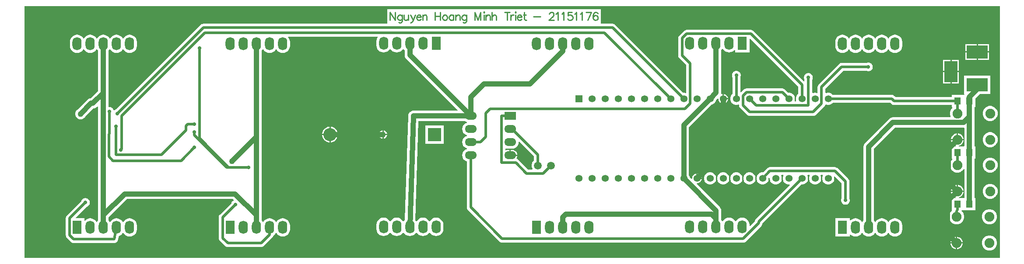
<source format=gtl>
G04*
G04 #@! TF.GenerationSoftware,Altium Limited,Altium Designer,18.0.7 (293)*
G04*
G04 Layer_Physical_Order=1*
G04 Layer_Color=255*
%FSTAX24Y24*%
%MOIN*%
G70*
G01*
G75*
%ADD11C,0.0100*%
%ADD15R,0.0500X0.0550*%
%ADD29C,0.0197*%
%ADD30C,0.0394*%
%ADD31O,0.0700X0.1000*%
%ADD32R,0.0700X0.1000*%
%ADD33O,0.0900X0.0600*%
%ADD34R,0.0900X0.0600*%
%ADD35C,0.0750*%
%ADD36C,0.1000*%
%ADD37R,0.1000X0.1000*%
%ADD38R,0.1000X0.1600*%
%ADD39R,0.1600X0.1000*%
%ADD40C,0.0535*%
%ADD41R,0.0535X0.0535*%
%ADD42C,0.0591*%
%ADD43C,0.0276*%
%ADD44C,0.0433*%
G36*
X074551Y032752D02*
X000252D01*
Y051933D01*
X074551D01*
Y032752D01*
D02*
G37*
%LPC*%
G36*
X044157Y051713D02*
X02789D01*
Y050598D01*
X013881D01*
X013881Y050598D01*
X013804Y050588D01*
X013732Y050558D01*
X01367Y050511D01*
X01367Y050511D01*
X007232Y044073D01*
X007205Y044065D01*
X007129Y044021D01*
X007099Y043991D01*
X007043Y044006D01*
X007032Y044046D01*
X006988Y044123D01*
X006926Y044185D01*
X00685Y044229D01*
X006765Y044252D01*
X006676D01*
X006665Y044261D01*
Y045318D01*
Y048528D01*
X006739Y048625D01*
X006768Y04863D01*
X006796Y048625D01*
X006878Y048519D01*
X006992Y048431D01*
X007125Y048376D01*
X007268Y048357D01*
X00741Y048376D01*
X007544Y048431D01*
X007658Y048519D01*
X007739Y048625D01*
X007768Y04863D01*
X007796Y048625D01*
X007878Y048519D01*
X007992Y048431D01*
X008125Y048376D01*
X008268Y048357D01*
X00841Y048376D01*
X008543Y048431D01*
X008658Y048519D01*
X008745Y048633D01*
X0088Y048766D01*
X008819Y048909D01*
Y049209D01*
X0088Y049352D01*
X008745Y049485D01*
X008658Y049599D01*
X008543Y049687D01*
X00841Y049742D01*
X008268Y049761D01*
X008125Y049742D01*
X007992Y049687D01*
X007878Y049599D01*
X007796Y049493D01*
X007768Y049488D01*
X007739Y049493D01*
X007658Y049599D01*
X007544Y049687D01*
X00741Y049742D01*
X007268Y049761D01*
X007125Y049742D01*
X006992Y049687D01*
X006878Y049599D01*
X006796Y049493D01*
X006768Y049488D01*
X006739Y049493D01*
X006658Y049599D01*
X006543Y049687D01*
X00641Y049742D01*
X006268Y049761D01*
X006125Y049742D01*
X005992Y049687D01*
X005878Y049599D01*
X005796Y049493D01*
X005768Y049488D01*
X005739Y049493D01*
X005658Y049599D01*
X005544Y049687D01*
X00541Y049742D01*
X005268Y049761D01*
X005125Y049742D01*
X004992Y049687D01*
X004878Y049599D01*
X004796Y049493D01*
X004768Y049488D01*
X004739Y049493D01*
X004658Y049599D01*
X004543Y049687D01*
X00441Y049742D01*
X004268Y049761D01*
X004125Y049742D01*
X003992Y049687D01*
X003878Y049599D01*
X00379Y049485D01*
X003735Y049352D01*
X003716Y049209D01*
Y048909D01*
X003735Y048766D01*
X00379Y048633D01*
X003878Y048519D01*
X003992Y048431D01*
X004125Y048376D01*
X004268Y048357D01*
X00441Y048376D01*
X004543Y048431D01*
X004658Y048519D01*
X004739Y048625D01*
X004768Y04863D01*
X004796Y048625D01*
X004878Y048519D01*
X004992Y048431D01*
X005125Y048376D01*
X005268Y048357D01*
X00541Y048376D01*
X005544Y048431D01*
X005658Y048519D01*
X005739Y048625D01*
X005768Y04863D01*
X005796Y048625D01*
X005871Y048528D01*
Y045482D01*
X005305Y044916D01*
X005231Y044906D01*
X005135Y044867D01*
X005053Y044804D01*
X004332Y044083D01*
X004278Y044051D01*
X004201Y043974D01*
X004146Y04388D01*
X004118Y043775D01*
Y043666D01*
X004146Y043561D01*
X004201Y043467D01*
X004278Y04339D01*
X004372Y043335D01*
X004477Y043307D01*
X004586D01*
X004691Y043335D01*
X004785Y04339D01*
X004862Y043467D01*
X004894Y043521D01*
X005502Y04413D01*
X005576Y044139D01*
X005671Y044179D01*
X005754Y044242D01*
X005824Y044313D01*
X005871Y044294D01*
Y036D01*
Y03559D01*
X005796Y035493D01*
X005768Y035488D01*
X005739Y035493D01*
X005658Y035599D01*
X005544Y035687D01*
X00541Y035742D01*
X005268Y035761D01*
X005125Y035742D01*
X004992Y035687D01*
X004878Y035599D01*
X004862Y035579D01*
X004815Y035595D01*
Y035756D01*
X004182D01*
X004163Y035802D01*
X005002Y036641D01*
X005029Y036648D01*
X005105Y036692D01*
X005168Y036755D01*
X005212Y036831D01*
X005235Y036916D01*
Y037004D01*
X005212Y037089D01*
X005168Y037165D01*
X005105Y037228D01*
X005029Y037272D01*
X004944Y037295D01*
X004856D01*
X004771Y037272D01*
X004695Y037228D01*
X004632Y037165D01*
X004588Y037089D01*
X004581Y037062D01*
X003489Y035971D01*
X003442Y035909D01*
X003412Y035837D01*
X003402Y03576D01*
Y03447D01*
X003412Y034393D01*
X003442Y034321D01*
X003489Y034259D01*
X003789Y033959D01*
X003851Y033912D01*
X003923Y033882D01*
X004Y033872D01*
X007088D01*
X007097Y033873D01*
X007106Y033873D01*
X007135Y033878D01*
X007165Y033882D01*
X007173Y033886D01*
X007182Y033888D01*
X007209Y033901D01*
X007237Y033912D01*
X007244Y033918D01*
X007252Y033922D01*
X007275Y033941D01*
X007298Y033959D01*
X007304Y033967D01*
X007311Y033973D01*
X007328Y033998D01*
X007346Y034021D01*
X007349Y03403D01*
X007354Y034037D01*
X007364Y034065D01*
X007375Y034093D01*
X007377Y034102D01*
X00738Y034111D01*
X007435Y034387D01*
X007544Y034431D01*
X007658Y034519D01*
X007739Y034625D01*
X007768Y03463D01*
X007796Y034625D01*
X007878Y034519D01*
X007992Y034431D01*
X008125Y034376D01*
X008268Y034357D01*
X00841Y034376D01*
X008543Y034431D01*
X008658Y034519D01*
X008745Y034633D01*
X0088Y034766D01*
X008819Y034909D01*
Y035209D01*
X0088Y035352D01*
X008745Y035485D01*
X008658Y035599D01*
X008543Y035687D01*
X00841Y035742D01*
X008268Y035761D01*
X008125Y035742D01*
X007992Y035687D01*
X007878Y035599D01*
X007796Y035493D01*
X007768Y035488D01*
X007739Y035493D01*
X007658Y035599D01*
X007544Y035687D01*
X00741Y035742D01*
X007268Y035761D01*
X007125Y035742D01*
X006992Y035687D01*
X006878Y035599D01*
X006796Y035493D01*
X006768Y035488D01*
X006739Y035493D01*
X006665Y03559D01*
Y035836D01*
X008052Y037223D01*
X016143D01*
X01619Y037176D01*
X01618Y037115D01*
X016133Y037088D01*
X016071Y037025D01*
X016027Y036949D01*
X016019Y036922D01*
X015149Y036052D01*
X015102Y03599D01*
X015072Y035919D01*
X015062Y035841D01*
Y03425D01*
X015072Y034173D01*
X015102Y034101D01*
X015149Y034039D01*
X015539Y033649D01*
X015539Y033649D01*
X015601Y033602D01*
X015673Y033572D01*
X01575Y033562D01*
X018288D01*
X018365Y033572D01*
X018436Y033602D01*
X018498Y033649D01*
X019138Y034289D01*
X019138Y034289D01*
X019185Y034351D01*
X019215Y034423D01*
X019218Y034442D01*
X019318Y034519D01*
X019399Y034625D01*
X019428Y03463D01*
X019456Y034625D01*
X019538Y034519D01*
X019652Y034431D01*
X019785Y034376D01*
X019928Y034357D01*
X02007Y034376D01*
X020203Y034431D01*
X020318Y034519D01*
X020405Y034633D01*
X02046Y034766D01*
X020479Y034909D01*
Y035209D01*
X02046Y035352D01*
X020405Y035485D01*
X020318Y035599D01*
X020203Y035687D01*
X02007Y035742D01*
X019928Y035761D01*
X019785Y035742D01*
X019652Y035687D01*
X019538Y035599D01*
X019456Y035493D01*
X019428Y035488D01*
X019399Y035493D01*
X019318Y035599D01*
X019203Y035687D01*
X01907Y035742D01*
X018928Y035761D01*
X018785Y035742D01*
X018652Y035687D01*
X018538Y035599D01*
X018456Y035493D01*
X018428Y035488D01*
X018399Y035493D01*
X018325Y03559D01*
Y036D01*
Y04197D01*
Y048528D01*
X018399Y048625D01*
X018428Y04863D01*
X018456Y048625D01*
X018538Y048519D01*
X018652Y048431D01*
X018785Y048376D01*
X018928Y048357D01*
X01907Y048376D01*
X019203Y048431D01*
X019318Y048519D01*
X019399Y048625D01*
X019428Y04863D01*
X019456Y048625D01*
X019538Y048519D01*
X019652Y048431D01*
X019785Y048376D01*
X019928Y048357D01*
X02007Y048376D01*
X020203Y048431D01*
X020318Y048519D01*
X020405Y048633D01*
X02046Y048766D01*
X020479Y048909D01*
Y049209D01*
X02046Y049352D01*
X020405Y049485D01*
X020338Y049572D01*
X020363Y049622D01*
X027145D01*
X027167Y049577D01*
X027134Y049535D01*
X027079Y049402D01*
X027061Y049259D01*
Y048959D01*
X027079Y048816D01*
X027134Y048683D01*
X027222Y048569D01*
X027336Y048481D01*
X027469Y048426D01*
X027612Y048407D01*
X027755Y048426D01*
X027888Y048481D01*
X028002Y048569D01*
X028084Y048675D01*
X028112Y04868D01*
X028141Y048675D01*
X028222Y048569D01*
X028336Y048481D01*
X028469Y048426D01*
X028612Y048407D01*
X028755Y048426D01*
X028888Y048481D01*
X029002Y048569D01*
X029084Y048675D01*
X029112Y04868D01*
X029141Y048675D01*
X029215Y048578D01*
Y048209D01*
X029229Y048106D01*
X029268Y04801D01*
X029331Y047928D01*
X033245Y044014D01*
X033226Y043968D01*
X02988D01*
X029835Y043962D01*
X029789Y043957D01*
X029783Y043955D01*
X029777Y043954D01*
X029735Y043937D01*
X029692Y043921D01*
X029687Y043917D01*
X029681Y043915D01*
X029645Y043887D01*
X029608Y04386D01*
X029604Y043856D01*
X029599Y043852D01*
X029571Y043815D01*
X029543Y04378D01*
X02954Y043774D01*
X029536Y043769D01*
X029519Y043727D01*
X0295Y043686D01*
X029499Y043679D01*
X029496Y043674D01*
X02949Y043628D01*
X029483Y043583D01*
X029232Y035657D01*
X029222Y035649D01*
X029141Y035543D01*
X029112Y035538D01*
X029084Y035543D01*
X029002Y035649D01*
X028888Y035737D01*
X028755Y035792D01*
X028612Y035811D01*
X028469Y035792D01*
X028336Y035737D01*
X028222Y035649D01*
X028141Y035543D01*
X028112Y035538D01*
X028084Y035543D01*
X028002Y035649D01*
X027888Y035737D01*
X027755Y035792D01*
X027612Y035811D01*
X027469Y035792D01*
X027336Y035737D01*
X027222Y035649D01*
X027134Y035535D01*
X027079Y035402D01*
X027061Y035259D01*
Y034959D01*
X027079Y034816D01*
X027134Y034683D01*
X027222Y034569D01*
X027336Y034481D01*
X027469Y034426D01*
X027612Y034407D01*
X027755Y034426D01*
X027888Y034481D01*
X028002Y034569D01*
X028084Y034675D01*
X028112Y03468D01*
X028141Y034675D01*
X028222Y034569D01*
X028336Y034481D01*
X028469Y034426D01*
X028612Y034407D01*
X028755Y034426D01*
X028888Y034481D01*
X029002Y034569D01*
X029084Y034675D01*
X029112Y03468D01*
X029141Y034675D01*
X029222Y034569D01*
X029336Y034481D01*
X029469Y034426D01*
X029612Y034407D01*
X029755Y034426D01*
X029888Y034481D01*
X030002Y034569D01*
X030084Y034675D01*
X030112Y03468D01*
X030141Y034675D01*
X030222Y034569D01*
X030336Y034481D01*
X030469Y034426D01*
X030612Y034407D01*
X030755Y034426D01*
X030888Y034481D01*
X031002Y034569D01*
X031084Y034675D01*
X031112Y03468D01*
X031141Y034675D01*
X031222Y034569D01*
X031336Y034481D01*
X031469Y034426D01*
X031612Y034407D01*
X031755Y034426D01*
X031888Y034481D01*
X032002Y034569D01*
X03209Y034683D01*
X032145Y034816D01*
X032164Y034959D01*
Y035259D01*
X032145Y035402D01*
X03209Y035535D01*
X032002Y035649D01*
X031888Y035737D01*
X031755Y035792D01*
X031612Y035811D01*
X031469Y035792D01*
X031336Y035737D01*
X031222Y035649D01*
X031141Y035543D01*
X031112Y035538D01*
X031084Y035543D01*
X031002Y035649D01*
X030888Y035737D01*
X030755Y035792D01*
X030612Y035811D01*
X030469Y035792D01*
X030336Y035737D01*
X030222Y035649D01*
X030141Y035543D01*
X030112Y035538D01*
X030084Y035543D01*
X030026Y035619D01*
X030265Y043174D01*
X033803D01*
X033851Y043137D01*
X033945Y043098D01*
Y043044D01*
X033851Y043005D01*
X033748Y042925D01*
X033668Y042821D01*
X033618Y042701D01*
X033601Y042571D01*
X033618Y042441D01*
X033668Y04232D01*
X033748Y042217D01*
X033851Y042137D01*
X033945Y042098D01*
Y042044D01*
X033851Y042005D01*
X033748Y041925D01*
X033668Y041821D01*
X033618Y041701D01*
X033601Y041571D01*
X033618Y041441D01*
X033668Y04132D01*
X033748Y041217D01*
X033851Y041137D01*
X033945Y041098D01*
Y041044D01*
X033851Y041005D01*
X033748Y040925D01*
X033668Y040821D01*
X033618Y040701D01*
X033601Y040571D01*
X033618Y040441D01*
X033668Y04032D01*
X033748Y040216D01*
X033851Y040137D01*
X033962Y040091D01*
Y03659D01*
X033972Y036513D01*
X034002Y036441D01*
X034049Y036379D01*
X036429Y033999D01*
X036429Y033999D01*
X036491Y033952D01*
X036563Y033922D01*
X03664Y033912D01*
X055D01*
X055077Y033922D01*
X055149Y033952D01*
X055211Y033999D01*
X056391Y035179D01*
X056438Y035241D01*
X056468Y035313D01*
X056476Y035373D01*
X059437Y038335D01*
X059541D01*
X059659Y038367D01*
X059765Y038428D01*
X059852Y038514D01*
X059913Y03862D01*
X059944Y038738D01*
Y03886D01*
X059913Y038978D01*
X059889Y039019D01*
X059914Y039062D01*
X060046D01*
X060071Y039019D01*
X060048Y038978D01*
X060016Y03886D01*
Y038738D01*
X060048Y03862D01*
X060109Y038514D01*
X060195Y038428D01*
X060301Y038367D01*
X060419Y038335D01*
X060541D01*
X060659Y038367D01*
X060765Y038428D01*
X060852Y038514D01*
X060913Y03862D01*
X060944Y038738D01*
Y03886D01*
X060913Y038978D01*
X060889Y039019D01*
X060914Y039062D01*
X061046D01*
X061071Y039019D01*
X061048Y038978D01*
X061016Y03886D01*
Y038738D01*
X061048Y03862D01*
X061109Y038514D01*
X061195Y038428D01*
X061301Y038367D01*
X061419Y038335D01*
X061541D01*
X061659Y038367D01*
X061765Y038428D01*
X061852Y038514D01*
X061913Y03862D01*
X061944Y038738D01*
Y03886D01*
X061921Y038947D01*
X061966Y038973D01*
X062492Y038447D01*
Y037283D01*
X062478Y037259D01*
X062455Y037174D01*
Y037086D01*
X062478Y037001D01*
X062522Y036925D01*
X062585Y036862D01*
X062661Y036818D01*
X062746Y036795D01*
X062834D01*
X062919Y036818D01*
X062995Y036862D01*
X063058Y036925D01*
X063102Y037001D01*
X063125Y037086D01*
Y037174D01*
X063102Y037259D01*
X063088Y037283D01*
Y03857D01*
X063088Y03857D01*
X063078Y038647D01*
X063048Y038719D01*
X063001Y038781D01*
X063001Y038781D01*
X062211Y039571D01*
X062149Y039618D01*
X062077Y039648D01*
X062Y039658D01*
X057041D01*
X057041Y039658D01*
X056964Y039648D01*
X056892Y039618D01*
X056831Y039571D01*
X056831Y039571D01*
X056523Y039263D01*
X056419D01*
X056301Y039232D01*
X056195Y039171D01*
X056109Y039084D01*
X056048Y038978D01*
X056016Y03886D01*
Y038738D01*
X056048Y03862D01*
X056109Y038514D01*
X056195Y038428D01*
X056301Y038367D01*
X056419Y038335D01*
X056541D01*
X056659Y038367D01*
X056765Y038428D01*
X056852Y038514D01*
X056913Y03862D01*
X056944Y038738D01*
Y038824D01*
X056966Y03884D01*
X057016Y038815D01*
Y038738D01*
X057048Y03862D01*
X057109Y038514D01*
X057195Y038428D01*
X057301Y038367D01*
X057419Y038335D01*
X057541D01*
X057659Y038367D01*
X057765Y038428D01*
X057852Y038514D01*
X057913Y03862D01*
X057944Y038738D01*
Y03886D01*
X057913Y038978D01*
X057889Y039019D01*
X057914Y039062D01*
X058046D01*
X058071Y039019D01*
X058048Y038978D01*
X058016Y03886D01*
Y038738D01*
X058048Y03862D01*
X058109Y038514D01*
X058195Y038428D01*
X058301Y038367D01*
X058419Y038335D01*
X058524D01*
X058547Y038288D01*
X055969Y035709D01*
X055922Y035648D01*
X055892Y035576D01*
X055884Y035516D01*
X05553Y035161D01*
X055483Y03518D01*
Y035259D01*
X055465Y035402D01*
X05541Y035535D01*
X055322Y035649D01*
X055208Y035737D01*
X055075Y035792D01*
X054932Y035811D01*
X054789Y035792D01*
X054656Y035737D01*
X054542Y035649D01*
X05446Y035543D01*
X054432Y035538D01*
X054403Y035543D01*
X054322Y035649D01*
X054208Y035737D01*
X054075Y035792D01*
X053932Y035811D01*
X053789Y035792D01*
X053656Y035737D01*
X053542Y035649D01*
X05346Y035543D01*
X053432Y035538D01*
X053403Y035543D01*
X053329Y03564D01*
Y03575D01*
Y036348D01*
X053315Y03645D01*
X053276Y036546D01*
X053213Y036628D01*
X051459Y038382D01*
X05148Y038432D01*
X051529D01*
X051622Y038457D01*
X051706Y038505D01*
X051774Y038574D01*
X051823Y038657D01*
X051847Y038749D01*
X05148D01*
Y038799D01*
X05143D01*
Y039166D01*
X051339Y039142D01*
X051255Y039093D01*
X051186Y039025D01*
X051138Y038941D01*
X051113Y038848D01*
Y038799D01*
X051063Y038778D01*
X050931Y03891D01*
X050913Y038978D01*
X050877Y03904D01*
Y04271D01*
X052591Y044424D01*
X052659Y044442D01*
X052765Y044503D01*
X052852Y044589D01*
X052913Y044695D01*
X052931Y044764D01*
X053063Y044896D01*
X053113Y044875D01*
Y044826D01*
X053138Y044733D01*
X053186Y044649D01*
X053255Y04458D01*
X053339Y044532D01*
X05343Y044508D01*
Y044874D01*
Y045241D01*
X053366Y045224D01*
X05332Y045261D01*
X053329Y045326D01*
Y048578D01*
X053403Y048675D01*
X053432Y04868D01*
X05346Y048675D01*
X053542Y048569D01*
X053656Y048481D01*
X053789Y048426D01*
X053932Y048407D01*
X054075Y048426D01*
X054208Y048481D01*
X054322Y048569D01*
X054338Y04859D01*
X054385Y048574D01*
Y048412D01*
X055479D01*
Y049445D01*
X055525Y049464D01*
X059183Y045806D01*
Y045233D01*
X059109Y045159D01*
X059048Y045054D01*
X059016Y044936D01*
Y044813D01*
X059044Y044708D01*
X059018Y044658D01*
X058942D01*
X058916Y044708D01*
X058944Y044813D01*
Y044936D01*
X058913Y045054D01*
X058852Y045159D01*
X058765Y045246D01*
X058659Y045307D01*
X058541Y045339D01*
X058437D01*
X058205Y045571D01*
X058144Y045618D01*
X058072Y045648D01*
X057995Y045658D01*
X05525D01*
X05525Y045658D01*
X055173Y045648D01*
X055101Y045618D01*
X055039Y045571D01*
X055039Y045571D01*
X054828Y045359D01*
X054778Y04538D01*
Y04652D01*
X054792Y046544D01*
X054815Y046629D01*
Y046717D01*
X054792Y046802D01*
X054748Y046879D01*
X054686Y046941D01*
X054609Y046985D01*
X054524Y047008D01*
X054436D01*
X054351Y046985D01*
X054275Y046941D01*
X054213Y046879D01*
X054168Y046802D01*
X054146Y046717D01*
Y046629D01*
X054168Y046544D01*
X054183Y04652D01*
Y045233D01*
X054109Y045159D01*
X054048Y045054D01*
X054016Y044936D01*
Y044813D01*
X054048Y044695D01*
X054109Y044589D01*
X054195Y044503D01*
X054301Y044442D01*
X054419Y04441D01*
X054541D01*
X054642Y044437D01*
X054692Y044409D01*
Y04437D01*
X054702Y044293D01*
X054732Y044221D01*
X054779Y044159D01*
X055289Y043649D01*
X055351Y043602D01*
X055423Y043572D01*
X055461Y043567D01*
X0555Y043562D01*
X0555Y043562D01*
X06033D01*
X060407Y043572D01*
X060479Y043602D01*
X060541Y043649D01*
X061181Y044289D01*
X061181Y044289D01*
X061228Y044351D01*
X061253Y044412D01*
X061284Y044431D01*
X06131Y044439D01*
X061419Y04441D01*
X061541D01*
X061659Y044442D01*
X061765Y044503D01*
X061839Y044577D01*
X066197D01*
X066279Y044494D01*
X066341Y044447D01*
X066413Y044417D01*
X06649Y044407D01*
X070897D01*
Y044233D01*
X07092D01*
X070941Y044183D01*
X070861Y044103D01*
X070786Y043973D01*
X070747Y043827D01*
Y043677D01*
X070786Y043531D01*
X070804Y0435D01*
X070779Y043457D01*
X06641D01*
X066307Y043444D01*
X066211Y043404D01*
X066129Y043341D01*
X064286Y041498D01*
X064223Y041415D01*
X064183Y04132D01*
X06417Y041217D01*
Y03559D01*
X064095Y035493D01*
X064067Y035488D01*
X064038Y035493D01*
X063957Y035599D01*
X063843Y035687D01*
X06371Y035742D01*
X063567Y035761D01*
X063424Y035742D01*
X063291Y035687D01*
X063177Y035599D01*
X063161Y035579D01*
X063114Y035595D01*
Y035756D01*
X06202D01*
Y034362D01*
X063114D01*
Y034524D01*
X063161Y03454D01*
X063177Y034519D01*
X063291Y034431D01*
X063424Y034376D01*
X063567Y034357D01*
X06371Y034376D01*
X063843Y034431D01*
X063957Y034519D01*
X064038Y034625D01*
X064067Y03463D01*
X064095Y034625D01*
X064177Y034519D01*
X064291Y034431D01*
X064424Y034376D01*
X064567Y034357D01*
X06471Y034376D01*
X064843Y034431D01*
X064957Y034519D01*
X065038Y034625D01*
X065067Y03463D01*
X065095Y034625D01*
X065177Y034519D01*
X065291Y034431D01*
X065424Y034376D01*
X065567Y034357D01*
X06571Y034376D01*
X065843Y034431D01*
X065957Y034519D01*
X066038Y034625D01*
X066067Y03463D01*
X066095Y034625D01*
X066177Y034519D01*
X066291Y034431D01*
X066424Y034376D01*
X066567Y034357D01*
X06671Y034376D01*
X066843Y034431D01*
X066957Y034519D01*
X067045Y034633D01*
X0671Y034766D01*
X067118Y034909D01*
Y035209D01*
X0671Y035352D01*
X067045Y035485D01*
X066957Y035599D01*
X066843Y035687D01*
X06671Y035742D01*
X066567Y035761D01*
X066424Y035742D01*
X066291Y035687D01*
X066177Y035599D01*
X066095Y035493D01*
X066067Y035488D01*
X066038Y035493D01*
X065957Y035599D01*
X065843Y035687D01*
X06571Y035742D01*
X065567Y035761D01*
X065424Y035742D01*
X065291Y035687D01*
X065177Y035599D01*
X065095Y035493D01*
X065067Y035488D01*
X065038Y035493D01*
X064964Y03559D01*
Y041052D01*
X066574Y042663D01*
X071804D01*
X071809Y042664D01*
X071847Y042631D01*
X071847Y041275D01*
X071837Y041265D01*
X071797Y04124D01*
X071791D01*
Y04124D01*
X071435D01*
X071428Y04129D01*
X071502Y041309D01*
X071611Y041372D01*
X071699Y04146D01*
X071762Y041569D01*
X071794Y041689D01*
Y041702D01*
X070844D01*
Y041689D01*
X070876Y041569D01*
X070939Y04146D01*
X071027Y041372D01*
X071136Y041309D01*
X071209Y04129D01*
X071203Y04124D01*
X070897D01*
Y040296D01*
X07092D01*
X070941Y040246D01*
X070861Y040166D01*
X070786Y040036D01*
X070747Y03989D01*
Y03974D01*
X070786Y039594D01*
X070861Y039464D01*
X070968Y039357D01*
X071098Y039282D01*
X071244Y039243D01*
X071394D01*
X07154Y039282D01*
X07167Y039357D01*
X071776Y039464D01*
X071799Y039502D01*
X071847Y039489D01*
Y037338D01*
X071812Y037303D01*
X071747Y037303D01*
X071435D01*
X071428Y037353D01*
X071502Y037372D01*
X071611Y037435D01*
X071699Y037523D01*
X071762Y037632D01*
X071794Y037752D01*
Y037765D01*
X070844D01*
Y037752D01*
X070876Y037632D01*
X070939Y037523D01*
X071027Y037435D01*
X071136Y037372D01*
X071209Y037353D01*
X071203Y037303D01*
X070897D01*
Y036359D01*
X070897Y036359D01*
X070897D01*
X070897Y036359D01*
X070886Y036313D01*
X070802Y036229D01*
X070727Y036099D01*
X070688Y035953D01*
Y035803D01*
X070727Y035657D01*
X070802Y035527D01*
X070909Y03542D01*
X071039Y035345D01*
X071185Y035306D01*
X071335D01*
X071481Y035345D01*
X071611Y03542D01*
X071717Y035527D01*
X071793Y035657D01*
X071832Y035803D01*
Y035953D01*
X071793Y036099D01*
X071717Y036229D01*
X071638Y036309D01*
X071647Y036359D01*
X071791Y036359D01*
X071841Y036359D01*
X072691D01*
Y037303D01*
X072641D01*
Y040296D01*
X072691D01*
Y04124D01*
X072641D01*
X072641Y0435D01*
Y044233D01*
X072691D01*
Y044905D01*
X073034Y045248D01*
X073831D01*
Y046642D01*
X071838D01*
Y045248D01*
X071838D01*
X071859Y045198D01*
X071846Y045177D01*
X071797D01*
Y045177D01*
X071791D01*
Y045177D01*
X070897D01*
Y045003D01*
X066613D01*
X066531Y045085D01*
X066469Y045132D01*
X066397Y045162D01*
X06632Y045172D01*
X061839D01*
X061765Y045246D01*
X061659Y045307D01*
X061541Y045339D01*
X061419D01*
X061318Y045311D01*
X061268Y04534D01*
Y045647D01*
X062633Y047012D01*
X064387D01*
X064411Y046998D01*
X064496Y046975D01*
X064584D01*
X064669Y046998D01*
X064745Y047042D01*
X064808Y047105D01*
X064852Y047181D01*
X064875Y047266D01*
Y047354D01*
X064852Y047439D01*
X064808Y047515D01*
X064745Y047578D01*
X064669Y047622D01*
X064584Y047645D01*
X064496D01*
X064411Y047622D01*
X064387Y047608D01*
X06251D01*
X06251Y047608D01*
X062471Y047603D01*
X062433Y047598D01*
X062361Y047568D01*
X062299Y047521D01*
X060759Y045981D01*
X060712Y045919D01*
X060682Y045847D01*
X060672Y04577D01*
Y045355D01*
X060622Y045317D01*
X060541Y045339D01*
X060419D01*
X060318Y045311D01*
X060268Y04534D01*
Y046337D01*
X060282Y046361D01*
X060305Y046446D01*
Y046534D01*
X060282Y046619D01*
X060238Y046695D01*
X060175Y046758D01*
X060099Y046802D01*
X060014Y046825D01*
X059926D01*
X059841Y046802D01*
X059765Y046758D01*
X059702Y046695D01*
X059658Y046619D01*
X059635Y046534D01*
Y046446D01*
X059658Y046361D01*
X059672Y046337D01*
Y046224D01*
X059626Y046205D01*
X055791Y050041D01*
X055729Y050088D01*
X055657Y050118D01*
X05558Y050128D01*
X05069D01*
X050613Y050118D01*
X050541Y050088D01*
X050479Y050041D01*
X050479Y050041D01*
X050149Y049711D01*
X050102Y049649D01*
X050072Y049577D01*
X050062Y0495D01*
Y04817D01*
X050072Y048093D01*
X050102Y048021D01*
X050149Y047959D01*
X050672Y047437D01*
Y045355D01*
X050622Y045317D01*
X050541Y045339D01*
X050437D01*
X045265Y050511D01*
X045204Y050558D01*
X045132Y050588D01*
X045055Y050598D01*
X044157D01*
Y051713D01*
D02*
G37*
G36*
X066567Y049761D02*
X066424Y049742D01*
X066291Y049687D01*
X066177Y049599D01*
X066095Y049493D01*
X066067Y049488D01*
X066038Y049493D01*
X065957Y049599D01*
X065843Y049687D01*
X06571Y049742D01*
X065567Y049761D01*
X065424Y049742D01*
X065291Y049687D01*
X065177Y049599D01*
X065095Y049493D01*
X065067Y049488D01*
X065038Y049493D01*
X064957Y049599D01*
X064843Y049687D01*
X06471Y049742D01*
X064567Y049761D01*
X064424Y049742D01*
X064291Y049687D01*
X064177Y049599D01*
X064095Y049493D01*
X064067Y049488D01*
X064038Y049493D01*
X063957Y049599D01*
X063843Y049687D01*
X06371Y049742D01*
X063567Y049761D01*
X063424Y049742D01*
X063291Y049687D01*
X063177Y049599D01*
X063095Y049493D01*
X063067Y049488D01*
X063038Y049493D01*
X062957Y049599D01*
X062843Y049687D01*
X06271Y049742D01*
X062567Y049761D01*
X062424Y049742D01*
X062291Y049687D01*
X062177Y049599D01*
X062089Y049485D01*
X062034Y049352D01*
X062015Y049209D01*
Y048909D01*
X062034Y048766D01*
X062089Y048633D01*
X062177Y048519D01*
X062291Y048431D01*
X062424Y048376D01*
X062567Y048357D01*
X06271Y048376D01*
X062843Y048431D01*
X062957Y048519D01*
X063038Y048625D01*
X063067Y04863D01*
X063095Y048625D01*
X063177Y048519D01*
X063291Y048431D01*
X063424Y048376D01*
X063567Y048357D01*
X06371Y048376D01*
X063843Y048431D01*
X063957Y048519D01*
X064038Y048625D01*
X064067Y04863D01*
X064095Y048625D01*
X064177Y048519D01*
X064291Y048431D01*
X064424Y048376D01*
X064567Y048357D01*
X06471Y048376D01*
X064843Y048431D01*
X064957Y048519D01*
X065038Y048625D01*
X065067Y04863D01*
X065095Y048625D01*
X065177Y048519D01*
X065291Y048431D01*
X065424Y048376D01*
X065567Y048357D01*
X06571Y048376D01*
X065843Y048431D01*
X065957Y048519D01*
X066038Y048625D01*
X066067Y04863D01*
X066095Y048625D01*
X066177Y048519D01*
X066291Y048431D01*
X066424Y048376D01*
X066567Y048357D01*
X06671Y048376D01*
X066843Y048431D01*
X066957Y048519D01*
X067045Y048633D01*
X0671Y048766D01*
X067118Y048909D01*
Y049209D01*
X0671Y049352D01*
X067045Y049485D01*
X066957Y049599D01*
X066843Y049687D01*
X06671Y049742D01*
X066567Y049761D01*
D02*
G37*
G36*
X073735Y049045D02*
X072885D01*
Y048495D01*
X073735D01*
Y049045D01*
D02*
G37*
G36*
X072785D02*
X071935D01*
Y048495D01*
X072785D01*
Y049045D01*
D02*
G37*
G36*
X073735Y048395D02*
X072885D01*
Y047845D01*
X073735D01*
Y048395D01*
D02*
G37*
G36*
X072785D02*
X071935D01*
Y047845D01*
X072785D01*
Y048395D01*
D02*
G37*
G36*
X071435Y047845D02*
X070885D01*
Y046995D01*
X071435D01*
Y047845D01*
D02*
G37*
G36*
X070785D02*
X070235D01*
Y046995D01*
X070785D01*
Y047845D01*
D02*
G37*
G36*
X071435Y046895D02*
X070885D01*
Y046045D01*
X071435D01*
Y046895D01*
D02*
G37*
G36*
X070785D02*
X070235D01*
Y046045D01*
X070785D01*
Y046895D01*
D02*
G37*
G36*
X05353Y045241D02*
Y044924D01*
X053847D01*
X053823Y045016D01*
X053774Y0451D01*
X053706Y045168D01*
X053622Y045217D01*
X05353Y045241D01*
D02*
G37*
G36*
X053847Y044824D02*
X05353D01*
Y044508D01*
X053622Y044532D01*
X053706Y04458D01*
X053774Y044649D01*
X053823Y044733D01*
X053847Y044824D01*
D02*
G37*
G36*
X073894Y044324D02*
X073744D01*
X073598Y044285D01*
X073468Y04421D01*
X073361Y044103D01*
X073286Y043973D01*
X073247Y043827D01*
Y043677D01*
X073286Y043531D01*
X073361Y043401D01*
X073468Y043294D01*
X073598Y043219D01*
X073744Y04318D01*
X073894D01*
X07404Y043219D01*
X07417Y043294D01*
X074276Y043401D01*
X074352Y043531D01*
X074391Y043677D01*
Y043827D01*
X074352Y043973D01*
X074276Y044103D01*
X07417Y04421D01*
X07404Y044285D01*
X073894Y044324D01*
D02*
G37*
G36*
X023591Y042746D02*
X023582D01*
Y042196D01*
X024132D01*
Y042205D01*
X024108Y042321D01*
X024063Y04243D01*
X023998Y042528D01*
X023914Y042612D01*
X023816Y042677D01*
X023707Y042723D01*
X023591Y042746D01*
D02*
G37*
G36*
X027619Y04246D02*
Y042196D01*
X027884D01*
X027864Y042268D01*
X027823Y04234D01*
X027764Y042399D01*
X027692Y042441D01*
X027619Y04246D01*
D02*
G37*
G36*
X027519D02*
X027447Y042441D01*
X027375Y042399D01*
X027316Y04234D01*
X027274Y042268D01*
X027255Y042196D01*
X027519D01*
Y04246D01*
D02*
G37*
G36*
X023482Y042746D02*
X023472D01*
X023356Y042723D01*
X023247Y042677D01*
X023149Y042612D01*
X023065Y042528D01*
X023Y04243D01*
X022955Y042321D01*
X022931Y042205D01*
Y042196D01*
X023482D01*
Y042746D01*
D02*
G37*
G36*
X027884Y042096D02*
X027619D01*
Y041831D01*
X027692Y041851D01*
X027764Y041892D01*
X027823Y041951D01*
X027864Y042023D01*
X027884Y042096D01*
D02*
G37*
G36*
X027519D02*
X027255D01*
X027274Y042023D01*
X027316Y041951D01*
X027375Y041892D01*
X027447Y041851D01*
X027519Y041831D01*
Y042096D01*
D02*
G37*
G36*
X071381Y042227D02*
X071369D01*
Y041802D01*
X071794D01*
Y041814D01*
X071762Y041935D01*
X071699Y042044D01*
X071611Y042132D01*
X071502Y042195D01*
X071381Y042227D01*
D02*
G37*
G36*
X071269D02*
X071256D01*
X071136Y042195D01*
X071027Y042132D01*
X070939Y042044D01*
X070876Y041935D01*
X070844Y041814D01*
Y041802D01*
X071269D01*
Y042227D01*
D02*
G37*
G36*
X024132Y042096D02*
X023582D01*
Y041546D01*
X023591D01*
X023707Y041569D01*
X023816Y041614D01*
X023914Y04168D01*
X023998Y041763D01*
X024063Y041861D01*
X024108Y041971D01*
X024132Y042087D01*
Y042096D01*
D02*
G37*
G36*
X023482D02*
X022931D01*
Y042087D01*
X022955Y041971D01*
X023Y041861D01*
X023065Y041763D01*
X023149Y04168D01*
X023247Y041614D01*
X023356Y041569D01*
X023472Y041546D01*
X023482D01*
Y042096D01*
D02*
G37*
G36*
X032193Y042843D02*
X030799D01*
Y041449D01*
X032193D01*
Y042843D01*
D02*
G37*
G36*
X073894Y042324D02*
X073744D01*
X073598Y042285D01*
X073468Y04221D01*
X073361Y042103D01*
X073286Y041973D01*
X073247Y041827D01*
Y041677D01*
X073286Y041531D01*
X073361Y041401D01*
X073468Y041294D01*
X073598Y041219D01*
X073744Y04118D01*
X073894D01*
X07404Y041219D01*
X07417Y041294D01*
X074276Y041401D01*
X074352Y041531D01*
X074391Y041677D01*
Y041827D01*
X074352Y041973D01*
X074276Y042103D01*
X07417Y04221D01*
X07404Y042285D01*
X073894Y042324D01*
D02*
G37*
G36*
Y040387D02*
X073744D01*
X073598Y040348D01*
X073468Y040273D01*
X073361Y040166D01*
X073286Y040036D01*
X073247Y03989D01*
Y03974D01*
X073286Y039594D01*
X073361Y039464D01*
X073468Y039357D01*
X073598Y039282D01*
X073744Y039243D01*
X073894D01*
X07404Y039282D01*
X07417Y039357D01*
X074276Y039464D01*
X074352Y039594D01*
X074391Y03974D01*
Y03989D01*
X074352Y040036D01*
X074276Y040166D01*
X07417Y040273D01*
X07404Y040348D01*
X073894Y040387D01*
D02*
G37*
G36*
X05153Y039166D02*
Y038849D01*
X051847D01*
X051823Y038941D01*
X051774Y039025D01*
X051706Y039093D01*
X051622Y039142D01*
X05153Y039166D01*
D02*
G37*
G36*
X055541Y039263D02*
X055419D01*
X055301Y039232D01*
X055195Y039171D01*
X055109Y039084D01*
X055048Y038978D01*
X055016Y03886D01*
Y038738D01*
X055048Y03862D01*
X055109Y038514D01*
X055195Y038428D01*
X055301Y038367D01*
X055419Y038335D01*
X055541D01*
X055659Y038367D01*
X055765Y038428D01*
X055852Y038514D01*
X055913Y03862D01*
X055944Y038738D01*
Y03886D01*
X055913Y038978D01*
X055852Y039084D01*
X055765Y039171D01*
X055659Y039232D01*
X055541Y039263D01*
D02*
G37*
G36*
X054541D02*
X054419D01*
X054301Y039232D01*
X054195Y039171D01*
X054109Y039084D01*
X054048Y038978D01*
X054016Y03886D01*
Y038738D01*
X054048Y03862D01*
X054109Y038514D01*
X054195Y038428D01*
X054301Y038367D01*
X054419Y038335D01*
X054541D01*
X054659Y038367D01*
X054765Y038428D01*
X054852Y038514D01*
X054913Y03862D01*
X054944Y038738D01*
Y03886D01*
X054913Y038978D01*
X054852Y039084D01*
X054765Y039171D01*
X054659Y039232D01*
X054541Y039263D01*
D02*
G37*
G36*
X053541D02*
X053419D01*
X053301Y039232D01*
X053195Y039171D01*
X053109Y039084D01*
X053048Y038978D01*
X053016Y03886D01*
Y038738D01*
X053048Y03862D01*
X053109Y038514D01*
X053195Y038428D01*
X053301Y038367D01*
X053419Y038335D01*
X053541D01*
X053659Y038367D01*
X053765Y038428D01*
X053852Y038514D01*
X053913Y03862D01*
X053944Y038738D01*
Y03886D01*
X053913Y038978D01*
X053852Y039084D01*
X053765Y039171D01*
X053659Y039232D01*
X053541Y039263D01*
D02*
G37*
G36*
X052541D02*
X052419D01*
X052301Y039232D01*
X052195Y039171D01*
X052109Y039084D01*
X052048Y038978D01*
X052016Y03886D01*
Y038738D01*
X052048Y03862D01*
X052109Y038514D01*
X052195Y038428D01*
X052301Y038367D01*
X052419Y038335D01*
X052541D01*
X052659Y038367D01*
X052765Y038428D01*
X052852Y038514D01*
X052913Y03862D01*
X052944Y038738D01*
Y03886D01*
X052913Y038978D01*
X052852Y039084D01*
X052765Y039171D01*
X052659Y039232D01*
X052541Y039263D01*
D02*
G37*
G36*
X071381Y03829D02*
X071369D01*
Y037865D01*
X071794D01*
Y037877D01*
X071762Y037998D01*
X071699Y038107D01*
X071611Y038195D01*
X071502Y038258D01*
X071381Y03829D01*
D02*
G37*
G36*
X071269D02*
X071256D01*
X071136Y038258D01*
X071027Y038195D01*
X070939Y038107D01*
X070876Y037998D01*
X070844Y037877D01*
Y037865D01*
X071269D01*
Y03829D01*
D02*
G37*
G36*
X073894Y038387D02*
X073744D01*
X073598Y038348D01*
X073468Y038273D01*
X073361Y038166D01*
X073286Y038036D01*
X073247Y03789D01*
Y03774D01*
X073286Y037594D01*
X073361Y037464D01*
X073468Y037357D01*
X073598Y037282D01*
X073744Y037243D01*
X073894D01*
X07404Y037282D01*
X07417Y037357D01*
X074276Y037464D01*
X074352Y037594D01*
X074391Y03774D01*
Y03789D01*
X074352Y038036D01*
X074276Y038166D01*
X07417Y038273D01*
X07404Y038348D01*
X073894Y038387D01*
D02*
G37*
G36*
X073835Y03645D02*
X073685D01*
X073539Y036411D01*
X073409Y036336D01*
X073302Y036229D01*
X073227Y036099D01*
X073188Y035953D01*
Y035803D01*
X073227Y035657D01*
X073302Y035527D01*
X073409Y03542D01*
X073539Y035345D01*
X073685Y035306D01*
X073835D01*
X073981Y035345D01*
X074111Y03542D01*
X074217Y035527D01*
X074293Y035657D01*
X074332Y035803D01*
Y035953D01*
X074293Y036099D01*
X074217Y036229D01*
X074111Y036336D01*
X073981Y036411D01*
X073835Y03645D01*
D02*
G37*
G36*
X071322Y034353D02*
X07131D01*
Y033928D01*
X071735D01*
Y03394D01*
X071702Y034061D01*
X07164Y03417D01*
X071551Y034258D01*
X071443Y034321D01*
X071322Y034353D01*
D02*
G37*
G36*
X07121D02*
X071197D01*
X071076Y034321D01*
X070968Y034258D01*
X07088Y03417D01*
X070817Y034061D01*
X070785Y03394D01*
Y033928D01*
X07121D01*
Y034353D01*
D02*
G37*
G36*
X071735Y033828D02*
X07131D01*
Y033403D01*
X071322D01*
X071443Y033435D01*
X071551Y033498D01*
X07164Y033586D01*
X071702Y033695D01*
X071735Y033815D01*
Y033828D01*
D02*
G37*
G36*
X07121D02*
X070785D01*
Y033815D01*
X070817Y033695D01*
X07088Y033586D01*
X070968Y033498D01*
X071076Y033435D01*
X071197Y033403D01*
X07121D01*
Y033828D01*
D02*
G37*
G36*
X073835Y03445D02*
X073685D01*
X073539Y034411D01*
X073409Y034336D01*
X073302Y034229D01*
X073227Y034099D01*
X073188Y033953D01*
Y033803D01*
X073227Y033657D01*
X073302Y033527D01*
X073409Y03342D01*
X073539Y033345D01*
X073685Y033306D01*
X073835D01*
X073981Y033345D01*
X074111Y03342D01*
X074217Y033527D01*
X074293Y033657D01*
X074332Y033803D01*
Y033953D01*
X074293Y034099D01*
X074217Y034229D01*
X074111Y034336D01*
X073981Y034411D01*
X073835Y03445D01*
D02*
G37*
%LPD*%
G36*
X039072Y040477D02*
Y04018D01*
X039068Y040177D01*
X038976Y040086D01*
X038911Y039973D01*
X038878Y039848D01*
Y039719D01*
X038911Y039594D01*
X038949Y039528D01*
X038921Y039478D01*
X038633D01*
X037891Y040221D01*
X037829Y040268D01*
X037759Y040297D01*
X037751Y040301D01*
X037733Y040345D01*
X037751Y040369D01*
X037792Y040466D01*
X037799Y040521D01*
X037252D01*
Y040571D01*
X037202D01*
Y040974D01*
X037102D01*
X036998Y040961D01*
X036928Y040932D01*
X036878Y040963D01*
Y041081D01*
X036919Y041109D01*
X036972Y041087D01*
X037102Y04107D01*
X037402D01*
X037532Y041087D01*
X037653Y041137D01*
X037756Y041217D01*
X037836Y04132D01*
X037886Y041441D01*
X037903Y041571D01*
X037902Y041581D01*
X037947Y041603D01*
X039072Y040477D01*
D02*
G37*
%LPC*%
G36*
X037402Y040974D02*
X037302D01*
Y040621D01*
X037799D01*
X037792Y040675D01*
X037751Y040773D01*
X037687Y040856D01*
X037604Y04092D01*
X037506Y040961D01*
X037402Y040974D01*
D02*
G37*
%LPD*%
D11*
X028108Y051466D02*
Y050866D01*
Y051466D02*
X028508Y050866D01*
Y051466D02*
Y050866D01*
X029017Y051266D02*
Y050809D01*
X028988Y050723D01*
X028959Y050695D01*
X028902Y050666D01*
X028817D01*
X028759Y050695D01*
X029017Y05118D02*
X028959Y051237D01*
X028902Y051266D01*
X028817D01*
X028759Y051237D01*
X028702Y05118D01*
X028674Y051095D01*
Y051037D01*
X028702Y050952D01*
X028759Y050895D01*
X028817Y050866D01*
X028902D01*
X028959Y050895D01*
X029017Y050952D01*
X029177Y051266D02*
Y05098D01*
X029205Y050895D01*
X029262Y050866D01*
X029348D01*
X029405Y050895D01*
X029491Y05098D01*
Y051266D02*
Y050866D01*
X029676Y051266D02*
X029848Y050866D01*
X030019Y051266D02*
X029848Y050866D01*
X029791Y050752D01*
X029734Y050695D01*
X029676Y050666D01*
X029648D01*
X030119Y051095D02*
X030462D01*
Y051152D01*
X030433Y051209D01*
X030405Y051237D01*
X030348Y051266D01*
X030262D01*
X030205Y051237D01*
X030148Y05118D01*
X030119Y051095D01*
Y051037D01*
X030148Y050952D01*
X030205Y050895D01*
X030262Y050866D01*
X030348D01*
X030405Y050895D01*
X030462Y050952D01*
X030591Y051266D02*
Y050866D01*
Y051152D02*
X030676Y051237D01*
X030733Y051266D01*
X030819D01*
X030876Y051237D01*
X030905Y051152D01*
Y050866D01*
X031533Y051466D02*
Y050866D01*
X031933Y051466D02*
Y050866D01*
X031533Y05118D02*
X031933D01*
X032242Y051266D02*
X032184Y051237D01*
X032127Y05118D01*
X032099Y051095D01*
Y051037D01*
X032127Y050952D01*
X032184Y050895D01*
X032242Y050866D01*
X032327D01*
X032384Y050895D01*
X032442Y050952D01*
X03247Y051037D01*
Y051095D01*
X032442Y05118D01*
X032384Y051237D01*
X032327Y051266D01*
X032242D01*
X032944D02*
Y050866D01*
Y05118D02*
X032887Y051237D01*
X03283Y051266D01*
X032744D01*
X032687Y051237D01*
X03263Y05118D01*
X032601Y051095D01*
Y051037D01*
X03263Y050952D01*
X032687Y050895D01*
X032744Y050866D01*
X03283D01*
X032887Y050895D01*
X032944Y050952D01*
X033104Y051266D02*
Y050866D01*
Y051152D02*
X03319Y051237D01*
X033247Y051266D01*
X033333D01*
X03339Y051237D01*
X033418Y051152D01*
Y050866D01*
X033918Y051266D02*
Y050809D01*
X03389Y050723D01*
X033861Y050695D01*
X033804Y050666D01*
X033718D01*
X033661Y050695D01*
X033918Y05118D02*
X033861Y051237D01*
X033804Y051266D01*
X033718D01*
X033661Y051237D01*
X033604Y05118D01*
X033576Y051095D01*
Y051037D01*
X033604Y050952D01*
X033661Y050895D01*
X033718Y050866D01*
X033804D01*
X033861Y050895D01*
X033918Y050952D01*
X03455Y051466D02*
Y050866D01*
Y051466D02*
X034778Y050866D01*
X035007Y051466D02*
X034778Y050866D01*
X035007Y051466D02*
Y050866D01*
X035235Y051466D02*
X035264Y051437D01*
X035292Y051466D01*
X035264Y051494D01*
X035235Y051466D01*
X035264Y051266D02*
Y050866D01*
X035398Y051266D02*
Y050866D01*
Y051152D02*
X035484Y051237D01*
X035541Y051266D01*
X035627D01*
X035684Y051237D01*
X035712Y051152D01*
Y050866D01*
X035869Y051466D02*
Y050866D01*
Y051152D02*
X035955Y051237D01*
X036012Y051266D01*
X036098D01*
X036155Y051237D01*
X036184Y051152D01*
Y050866D01*
X037012Y051466D02*
Y050866D01*
X036812Y051466D02*
X037212D01*
X037283Y051266D02*
Y050866D01*
Y051095D02*
X037312Y05118D01*
X037369Y051237D01*
X037426Y051266D01*
X037512D01*
X037623Y051466D02*
X037652Y051437D01*
X03768Y051466D01*
X037652Y051494D01*
X037623Y051466D01*
X037652Y051266D02*
Y050866D01*
X037786Y051095D02*
X038129D01*
Y051152D01*
X0381Y051209D01*
X038072Y051237D01*
X038015Y051266D01*
X037929D01*
X037872Y051237D01*
X037815Y05118D01*
X037786Y051095D01*
Y051037D01*
X037815Y050952D01*
X037872Y050895D01*
X037929Y050866D01*
X038015D01*
X038072Y050895D01*
X038129Y050952D01*
X038343Y051466D02*
Y05098D01*
X038372Y050895D01*
X038429Y050866D01*
X038486D01*
X038257Y051266D02*
X038457D01*
X039043Y051123D02*
X039557D01*
X040234Y051323D02*
Y051352D01*
X040263Y051409D01*
X040291Y051437D01*
X040348Y051466D01*
X040463D01*
X04052Y051437D01*
X040548Y051409D01*
X040577Y051352D01*
Y051295D01*
X040548Y051237D01*
X040491Y051152D01*
X040206Y050866D01*
X040606D01*
X04074Y051352D02*
X040797Y05138D01*
X040883Y051466D01*
Y050866D01*
X04118Y051352D02*
X041237Y05138D01*
X041322Y051466D01*
Y050866D01*
X041962Y051466D02*
X041677D01*
X041648Y051209D01*
X041677Y051237D01*
X041762Y051266D01*
X041848D01*
X041934Y051237D01*
X041991Y05118D01*
X042019Y051095D01*
Y051037D01*
X041991Y050952D01*
X041934Y050895D01*
X041848Y050866D01*
X041762D01*
X041677Y050895D01*
X041648Y050923D01*
X04162Y05098D01*
X042154Y051352D02*
X042211Y05138D01*
X042297Y051466D01*
Y050866D01*
X042594Y051352D02*
X042651Y05138D01*
X042736Y051466D01*
Y050866D01*
X043433Y051466D02*
X043148Y050866D01*
X043034Y051466D02*
X043433D01*
X043911Y05138D02*
X043882Y051437D01*
X043796Y051466D01*
X043739D01*
X043653Y051437D01*
X043596Y051352D01*
X043568Y051209D01*
Y051066D01*
X043596Y050952D01*
X043653Y050895D01*
X043739Y050866D01*
X043768D01*
X043853Y050895D01*
X043911Y050952D01*
X043939Y051037D01*
Y051066D01*
X043911Y051152D01*
X043853Y051209D01*
X043768Y051237D01*
X043739D01*
X043653Y051209D01*
X043596Y051152D01*
X043568Y051066D01*
D15*
X071344Y040768D02*
D03*
X072244D02*
D03*
X071344Y044705D02*
D03*
X072244D02*
D03*
X072244Y036831D02*
D03*
X071344D02*
D03*
D29*
X00669Y04046D02*
Y042163D01*
X00672Y042193D02*
Y043917D01*
X00669Y042163D02*
X00672Y042193D01*
X012556Y04281D02*
X012679Y042933D01*
X013189D01*
X012556Y042456D02*
Y04281D01*
X013204Y042116D02*
X01567Y03965D01*
X013189Y042343D02*
X013204Y042327D01*
Y042116D02*
Y042327D01*
X01573Y03971D02*
X01579Y03965D01*
X01358Y04186D02*
X01573Y03971D01*
X007Y04015D02*
X012178D01*
X013189Y041161D01*
X01579Y03965D02*
X01734D01*
X01567D02*
X01579D01*
X03426Y03659D02*
Y040571D01*
X0037Y03576D02*
X0049Y03696D01*
X0037Y03447D02*
Y03576D01*
Y03447D02*
X004Y03417D01*
X007088D01*
X007268Y035059D01*
X01358Y04186D02*
Y04875D01*
X045055Y0503D02*
X05048Y044874D01*
X013881Y0503D02*
X045055D01*
X007334Y043753D02*
X013881Y0503D01*
X00722Y04061D02*
Y04278D01*
Y04061D02*
X01071D01*
X012556Y042456D01*
X05448Y044874D02*
Y046673D01*
X06251Y04731D02*
X06454D01*
X06097Y04577D02*
X06251Y04731D01*
X06097Y0445D02*
Y04577D01*
X06033Y04386D02*
X06097Y0445D01*
X0555Y04386D02*
X06033D01*
X05499Y04437D02*
X0555Y04386D01*
X05499Y04437D02*
Y0451D01*
X05525Y04536D01*
X057995D01*
X05848Y044874D01*
X034252Y041571D02*
X035D01*
X03539Y041961D01*
Y04376D01*
X03573Y0441D01*
X05057D01*
X05097Y0445D01*
Y04756D01*
X05036Y04817D02*
X05097Y04756D01*
X05036Y04817D02*
Y0495D01*
X05069Y04983D01*
X05558D01*
X05948Y04593D01*
Y044874D02*
Y04593D01*
X05548Y044874D02*
X055995Y04436D01*
X05997D01*
Y04649D01*
X03658Y043571D02*
X037252D01*
X03658Y04001D02*
Y043571D01*
Y04001D02*
X03768D01*
X03851Y03918D01*
X039767D01*
X04037Y039783D01*
X06279Y03713D02*
Y03857D01*
X062Y03936D02*
X06279Y03857D01*
X057041Y03936D02*
X062D01*
X05648Y038799D02*
X057041Y03936D01*
X018928Y0345D02*
Y035059D01*
X018288Y03386D02*
X018928Y0345D01*
X01575Y03386D02*
X018288D01*
X01536Y03425D02*
X01575Y03386D01*
X01536Y03425D02*
Y035841D01*
X016339Y03682D01*
X00669Y04046D02*
X007Y04015D01*
X044435Y04992D02*
X04948Y044874D01*
X013996Y04992D02*
X044435D01*
X007649Y043573D02*
X013996Y04992D01*
X007649Y041034D02*
Y043573D01*
X00758Y040965D02*
X007649Y041034D01*
X034252Y040571D02*
X03426D01*
Y03659D02*
X03664Y03421D01*
X055D01*
X05618Y03539D01*
Y035499D01*
X05948Y038799D01*
X03937Y039783D02*
Y040601D01*
X0374Y042571D02*
X03937Y040601D01*
X037252Y042571D02*
X0374D01*
X071344Y040295D02*
Y040768D01*
X071319Y04027D02*
X071344Y040295D01*
X071319Y039815D02*
Y04027D01*
X06649Y044705D02*
X071344D01*
X06632Y044874D02*
X06649Y044705D01*
X06148Y044874D02*
X06632D01*
X071344Y044235D02*
Y044705D01*
X071319Y04421D02*
X071344Y044235D01*
X071319Y043752D02*
Y04421D01*
X071344Y036394D02*
Y036831D01*
X07126Y03631D02*
X071344Y036394D01*
X07126Y035878D02*
Y03631D01*
D30*
X005473Y044523D02*
X006268Y045318D01*
X005334Y044523D02*
X005473D01*
X004531Y043721D02*
X005334Y044523D01*
X03425Y043571D02*
Y045D01*
X052932Y03575D02*
Y036348D01*
Y035109D02*
Y03575D01*
X017928Y04197D02*
Y049059D01*
Y036D02*
Y04197D01*
X006268Y036D02*
Y045318D01*
X07056Y034578D02*
X07126Y033878D01*
X07056Y034578D02*
Y037056D01*
X071319Y037815D01*
X05348Y040799D02*
Y044874D01*
X05148Y038799D02*
X05348Y040799D01*
X052932Y045326D02*
Y049109D01*
X05248Y044874D02*
X052932Y045326D01*
X05048Y038799D02*
Y042874D01*
X05248Y044874D01*
X072244Y0435D02*
Y044705D01*
Y0435D02*
X072244Y040768D01*
X064567Y035059D02*
Y041217D01*
X06641Y04306D01*
X071804D01*
X072244Y0435D01*
X029612Y048209D02*
Y049109D01*
Y048209D02*
X03425Y043571D01*
X034252D01*
X02988D02*
X03425D01*
X029612Y035109D02*
X02988Y043571D01*
X041247Y0485D02*
Y049059D01*
X038747Y046D02*
X041247Y0485D01*
X03525Y046D02*
X038747D01*
X03425Y045D02*
X03525Y046D01*
X006268Y045318D02*
Y049059D01*
X023531Y042146D02*
X027569D01*
X016048Y04009D02*
X017928Y04197D01*
X006268Y035059D02*
Y036D01*
X017928Y035059D02*
Y036D01*
X016308Y03762D02*
X017928Y036D01*
X007888Y03762D02*
X016308D01*
X006268Y036D02*
X007888Y03762D01*
X07062Y041053D02*
X071319Y041752D01*
X07062Y038514D02*
Y041053D01*
Y038514D02*
X071319Y037815D01*
X041247Y035059D02*
Y035827D01*
X0415Y03608D01*
X052602D01*
X052932Y03575D01*
X05048Y038799D02*
X052932Y036348D01*
X072835Y045611D02*
Y045945D01*
X072244Y04502D02*
X072835Y045611D01*
X072244Y044705D02*
Y04502D01*
X072244Y036831D02*
Y040768D01*
D31*
X050932Y035109D02*
D03*
X051932D02*
D03*
X052932D02*
D03*
X053932D02*
D03*
X054932D02*
D03*
X050932Y049109D02*
D03*
X051932D02*
D03*
X052932D02*
D03*
X053932D02*
D03*
X043247Y049059D02*
D03*
X042247D02*
D03*
X041247D02*
D03*
X040247D02*
D03*
X039247D02*
D03*
X043247Y035059D02*
D03*
X042247D02*
D03*
X041247D02*
D03*
X040247D02*
D03*
X030612Y049109D02*
D03*
X029612D02*
D03*
X028612D02*
D03*
X027612D02*
D03*
X031612Y035109D02*
D03*
X030612D02*
D03*
X029612D02*
D03*
X028612D02*
D03*
X027612D02*
D03*
X019928Y049059D02*
D03*
X018928D02*
D03*
X017928D02*
D03*
X016928D02*
D03*
X015928D02*
D03*
X019928Y035059D02*
D03*
X018928D02*
D03*
X017928D02*
D03*
X016928D02*
D03*
X063567D02*
D03*
X064567D02*
D03*
X065567D02*
D03*
X066567D02*
D03*
X062567Y049059D02*
D03*
X063567D02*
D03*
X064567D02*
D03*
X065567D02*
D03*
X066567D02*
D03*
X008268D02*
D03*
X007268D02*
D03*
X006268D02*
D03*
X005268D02*
D03*
X004268D02*
D03*
X008268Y035059D02*
D03*
X007268D02*
D03*
X006268D02*
D03*
X005268D02*
D03*
D32*
X054932Y049109D02*
D03*
X039247Y035059D02*
D03*
X031612Y049109D02*
D03*
X015928Y035059D02*
D03*
X062567D02*
D03*
X004268D02*
D03*
D33*
X034252Y040571D02*
D03*
Y041571D02*
D03*
Y042571D02*
D03*
Y043571D02*
D03*
X037252Y040571D02*
D03*
Y041571D02*
D03*
Y042571D02*
D03*
D34*
Y043571D02*
D03*
D35*
X071319Y041752D02*
D03*
X073819Y043752D02*
D03*
Y041752D02*
D03*
X071319Y043752D02*
D03*
Y037815D02*
D03*
X073819Y039815D02*
D03*
Y037815D02*
D03*
X071319Y039815D02*
D03*
X07126Y033878D02*
D03*
X07376Y035878D02*
D03*
Y033878D02*
D03*
X07126Y035878D02*
D03*
D36*
X023531Y042146D02*
D03*
D37*
X031496D02*
D03*
D38*
X070835Y046945D02*
D03*
D39*
X072835Y048445D02*
D03*
Y045945D02*
D03*
D40*
X04248Y038799D02*
D03*
X04348D02*
D03*
X04448D02*
D03*
X04548D02*
D03*
X04648D02*
D03*
X04748D02*
D03*
X04848D02*
D03*
X04948D02*
D03*
X05048D02*
D03*
X05148D02*
D03*
X05248D02*
D03*
X05348D02*
D03*
X05448D02*
D03*
X05548D02*
D03*
X05648D02*
D03*
X05748D02*
D03*
X05848D02*
D03*
X05948D02*
D03*
X06048D02*
D03*
X06148D02*
D03*
Y044874D02*
D03*
X06048D02*
D03*
X05948D02*
D03*
X05848D02*
D03*
X05748D02*
D03*
X05648D02*
D03*
X05548D02*
D03*
X05448D02*
D03*
X05348D02*
D03*
X05248D02*
D03*
X05148D02*
D03*
X05048D02*
D03*
X04948D02*
D03*
X04848D02*
D03*
X04748D02*
D03*
X04648D02*
D03*
X04548D02*
D03*
X04448D02*
D03*
X04348D02*
D03*
D41*
X04248D02*
D03*
D42*
X03937Y039783D02*
D03*
X04037D02*
D03*
D43*
X00672Y043917D02*
D03*
X013189Y042933D02*
D03*
Y042343D02*
D03*
Y041161D02*
D03*
X0049Y03696D02*
D03*
X01734Y03965D02*
D03*
X01358Y04875D02*
D03*
X007334Y043753D02*
D03*
X00722Y04278D02*
D03*
X05448Y046673D02*
D03*
X06454Y04731D02*
D03*
X05997Y04649D02*
D03*
X06279Y03713D02*
D03*
X016339Y03682D02*
D03*
X00758Y040965D02*
D03*
D44*
X004531Y043721D02*
D03*
X027569Y042146D02*
D03*
X016048Y04009D02*
D03*
M02*

</source>
